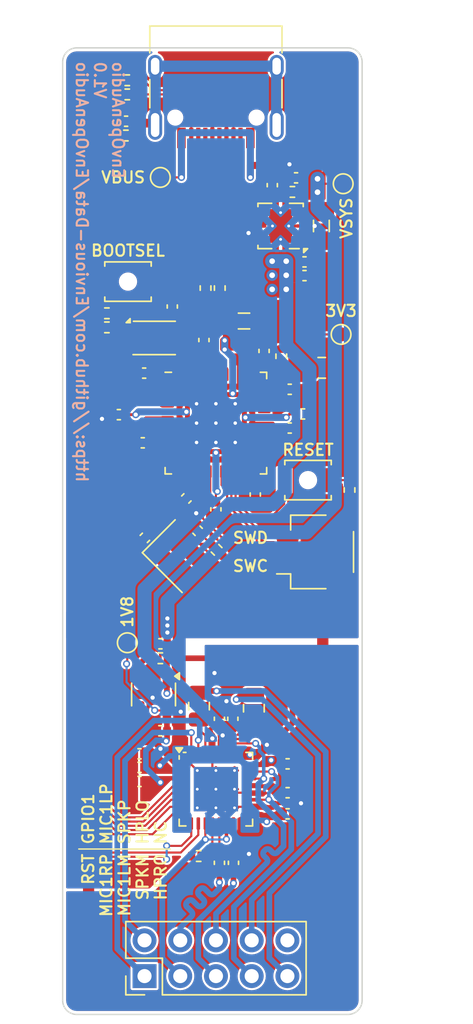
<source format=kicad_pcb>
(kicad_pcb (version 20240108) (generator "pcbnew") (generator_version "8.0")
  (title_block (title "EnvOpenAudio") (date "2021-09-14") (company "Envious.Design"))
  (layers (0 "F.Cu" signal) (31 "B.Cu" signal) (34 "B.Paste" user) (35 "F.Paste" user) (36 "B.SilkS" user "B.Silkscreen") (37 "F.SilkS" user "F.Silkscreen") (38 "B.Mask" user) (39 "F.Mask" user) (44 "Edge.Cuts" user))
  (net 0 "")
  (net 1 "VBUS")
  (net 2 "+1V1")
  (net 3 "/~{USB_BOOT}")
  (net 4 "/GPIO15")
  (net 5 "/GPIO14")
  (net 6 "/GPIO13")
  (net 7 "/GPIO12")
  (net 8 "/GPIO11")
  (net 9 "/GPIO10")
  (net 10 "/GPIO9")
  (net 11 "/GPIO8")
  (net 12 "/GPIO7")
  (net 13 "/GPIO25")
  (net 14 "/GPIO22")
  (net 15 "/GPIO21")
  (net 16 "/GPIO20")
  (net 17 "/GPIO19")
  (net 18 "/GPIO18")
  (net 19 "/GPIO17")
  (net 20 "/GPIO16")
  (net 21 "/RUN")
  (net 22 "/SWD")
  (net 23 "/SWCLK")
  (net 24 "/QSPI_SS")
  (net 25 "Net-(J1-SHIELD)")
  (net 26 "/QSPI_SD3")
  (net 27 "/QSPI_SCLK")
  (net 28 "/QSPI_SD0")
  (net 29 "/QSPI_SD2")
  (net 30 "/QSPI_SD1")
  (net 31 "+1V8")
  (net 32 "Net-(J1-CC1)")
  (net 33 "USB_D+")
  (net 34 "USB_D-")
  (net 35 "VSYS")
  (net 36 "+3V3")
  (net 37 "/XIN")
  (net 39 "Net-(J1-CC2)")
  (net 40 "/GPIO24")
  (net 41 "/GPIO23")
  (net 43 "GND")
  (net 44 "/GPIO27_ADC1")
  (net 45 "/GPIO26_ADC0")
  (net 46 "/GPIO28_ADC2")
  (net 47 "/GPIO29_ADC3")
  (net 48 "HPLO")
  (net 49 "HPRO")
  (net 50 "Net-(C3-Pad1)")
  (net 51 "MIC1RP")
  (net 52 "SPKP")
  (net 53 "AUDIO-RESET")
  (net 54 "AUDIO-GPIO1")
  (net 55 "Net-(U2-EN)")
  (net 56 "I2C0_SDA")
  (net 57 "I2C0_SCL")
  (net 58 "AUDIO-DOUT")
  (net 59 "AUDIO-DIN")
  (net 60 "AUDIO_WCLK")
  (net 61 "AUDIO_BCLK")
  (net 62 "AUDIO_MCLK")
  (net 64 "/VREG_AVDD")
  (net 65 "Net-(U5-HPL)")
  (net 66 "Net-(U5-HPR)")
  (net 67 "Net-(U5-MIC1LM)")
  (net 68 "Net-(U5-MIC1LP)")
  (net 69 "Net-(U2-L1)")
  (net 70 "Net-(U2-L2)")
  (net 71 "/VREG_LX")
  (net 72 "/FLASH_SS")
  (net 73 "/XOUT")
  (net 74 "Net-(R9-Pad1)")
  (net 75 "Net-(U3-EN)")
  (net 76 "Net-(U4-USB_DP)")
  (net 77 "Net-(U4-USB_DM)")
  (net 78 "Net-(U5-MICBIAS)")
  (net 81 "MIC1LN")
  (net 82 "MIC1LP")
  (net 83 "SPKN")
  (footprint "Resistor_SMD:R_0402_1005Metric" (layer "F.Cu") (at 64.775 88.75)
    (property "Reference" "R15" (hide yes))
    (property "Value" "22K 0402")
  )
  (footprint "Capacitor_SMD:C_0402_1005Metric" (layer "F.Cu") (at 60.8 59.4 180)
    (property "Reference" "C19" (hide yes))
    (property "Value" "100nf 0402")
  )
  (footprint "TestPoint:TestPoint_Pad_D1.0mm" (layer "F.Cu") (at 62.05 40.55)
    (property "Reference" "TP1" (hide yes))
    (property "Value" "TestPoint")
  )
  (footprint "Resistor_SMD:R_0402_1005Metric" (layer "F.Cu") (at 66.05 67 135)
    (property "Reference" "R8" (hide yes))
    (property "Value" "1k 4020")
  )
  (footprint "Capacitor_SMD:C_0402_1005Metric" (layer "F.Cu") (at 67.205 79 90)
    (property "Reference" "C31" (hide yes))
    (property "Value" "100nF 0402")
  )
  (footprint "RP2350_60QFN_minimal:C_0402_1005Metric_small_pads" (layer "F.Cu") (at 68 52.375)
    (property "Reference" "C8" (hide yes))
    (property "Value" "4.7uf 0402")
  )
  (footprint "Capacitor_SMD:C_0402_1005Metric" (layer "F.Cu") (at 64.7 65.65 135)
    (property "Reference" "C3" (hide yes))
    (property "Value" "15pf 0402")
  )
  (footprint "Crystal:Crystal_SMD_3225-4Pin_3.2x2.5mm" (layer "F.Cu") (at 63.35 67.45 -45)
    (property "Reference" "Y1" (hide yes))
    (property "Value" "ABM8-272-T3")
  )
  (footprint "Package_TO_SOT_SMD:SOT-23-5" (layer "F.Cu") (at 61.5675 77.275 -90)
    (property "Reference" "U3" (hide yes))
    (property "Value" "TLV75518PDBV")
  )
  (footprint "Capacitor_SMD:C_0402_1005Metric" (layer "F.Cu") (at 70.01 41.1 90)
    (property "Reference" "C6" (hide yes))
    (property "Value" "0.1uF 0402")
  )
  (footprint "TestPoint:TestPoint_Pad_D1.0mm" (layer "F.Cu") (at 74.9 51.7)
    (property "Reference" "TP4" (hide yes))
    (property "Value" "TestPoint")
  )
  (footprint "Capacitor_SMD:C_0402_1005Metric" (layer "F.Cu") (at 60.57 81.485 180)
    (property "Reference" "C32" (hide yes))
    (property "Value" "10uF 0402")
  )
  (footprint "Resistor_SMD:R_0402_1005Metric" (layer "F.Cu") (at 70.65 53.25 -90)
    (property "Reference" "R10" (hide yes))
    (property "Value" "33r 0402")
  )
  (footprint "Capacitor_SMD:C_0402_1005Metric" (layer "F.Cu") (at 72.3 46.55)
    (property "Reference" "C9" (hide yes))
    (property "Value" "10uF 0402")
  )
  (footprint "Capacitor_SMD:C_0402_1005Metric" (layer "F.Cu") (at 66.25 79 90)
    (property "Reference" "C28" (hide yes))
    (property "Value" "10uF 0402")
  )
  (footprint "Button_Switch_SMD:SW_SPST_B3U-1000P-B" (layer "F.Cu") (at 72.55 62.05 180)
    (property "Reference" "SW2" (hide yes))
    (property "Value" "B3U-1000")
  )
  (footprint "Capacitor_SMD:C_0805_2012Metric" (layer "F.Cu") (at 68.7 78.25 90)
    (property "Reference" "C35" (hide yes))
    (property "Value" "47uF 0805")
  )
  (footprint "Capacitor_SMD:C_0402_1005Metric" (layer "F.Cu") (at 62.05 79.85)
    (property "Reference" "C16" (hide yes))
    (property "Value" "10uf 0402")
  )
  (footprint "Resistor_SMD:R_0402_1005Metric" (layer "F.Cu") (at 58.25 50.2)
    (property "Reference" "R11" (hide yes))
    (property "Value" "1k 4020")
  )
  (footprint "Capacitor_SMD:C_0402_1005Metric" (layer "F.Cu") (at 62.9 49.72 90)
    (property "Reference" "C4" (hide yes))
    (property "Value" "100nf 0402")
  )
  (footprint "Capacitor_SMD:C_0805_2012Metric" (layer "F.Cu") (at 73.525 54.075)
    (property "Reference" "C24" (hide yes))
    (property "Value" "10uf 0805")
  )
  (footprint "Resistor_SMD:R_0402_1005Metric" (layer "F.Cu") (at 62.05 74.7)
    (property "Reference" "R12" (hide yes))
    (property "Value" "100K 0402")
  )
  (footprint "Capacitor_SMD:C_0402_1005Metric" (layer "F.Cu") (at 60.9 54.45 180)
    (property "Reference" "C18" (hide yes))
    (property "Value" "100nf 0402")
  )
  (footprint "Resistor_SMD:R_0402_1005Metric" (layer "F.Cu") (at 71.44 41.58 180)
    (property "Reference" "R7" (hide yes))
    (property "Value" "100ohm 0402")
  )
  (footprint "Capacitor_SMD:C_0402_1005Metric" (layer "F.Cu") (at 71.1 82.2)
    (property "Reference" "C38" (hide yes))
    (property "Value" "100nF 0402")
  )
  (footprint "NetTie:NetTie-2_SMD_Pad2.0mm" (layer "F.Cu") (at 74.3 36.400001 -90)
    (property "Reference" "NT1" (hide yes))
    (property "Value" "NetTie_2" (hide yes))
  )
  (footprint "TestPoint:TestPoint_Pad_D1.0mm" (layer "F.Cu") (at 59.7 73.6)
    (property "Reference" "TP3" (hide yes))
    (property "Value" "TestPoint")
  )
  (footprint "Button_Switch_SMD:SW_SPST_B3U-1000P-B" (layer "F.Cu") (at 59.75 47.95 180)
    (property "Reference" "SW1" (hide yes))
    (property "Value" "B3U-1000")
  )
  (footprint "Resistor_SMD:R_0402_1005Metric" (layer "F.Cu") (at 58.25 51.2)
    (property "Reference" "R3" (hide yes))
    (property "Value" "0r 0402")
  )
  (footprint "Capacitor_SMD:C_0402_1005Metric" (layer "F.Cu") (at 62.055 73.675)
    (property "Reference" "C12" (hide yes))
    (property "Value" "10uf 0402")
  )
  (footprint "Package_SON:SON-8-1EP_3x2mm_P0.5mm_EP1.4x1.6mm" (layer "F.Cu") (at 61.6125 51.9525)
    (property "Reference" "U1" (hide yes))
    (property "Value" "W25Q16JVUXIQ")
  )
  (footprint "Capacitor_SMD:C_0402_1005Metric" (layer "F.Cu") (at 59.1 57.4 180)
    (property "Reference" "C11" (hide yes))
    (property "Value" "100nf 0402")
  )
  (footprint "Capacitor_SMD:C_0402_1005Metric" (layer "F.Cu") (at 65.15 52.1 90)
    (property "Reference" "C17" (hide yes))
    (property "Value" "100nf 0402")
  )
  (footprint "RP2350_60QFN_minimal:C_0402_1005Metric_small_pads" (layer "F.Cu") (at 68 53.325)
    (property "Reference" "C7" (hide yes))
    (property "Value" "4.7uf 0402")
  )
  (footprint "Resistor_SMD:R_0402_1005Metric" (layer "F.Cu") (at 59.6 37.575 180)
    (property "Reference" "R1" (hide yes))
    (property "Value" "220 0402")
  )
  (footprint "Capacitor_SMD:C_0402_1005Metric" (layer "F.Cu") (at 72.2 57.35)
    (property "Reference" "C15" (hide yes))
    (property "Value" "100nf 0402")
  )
  (footprint "Capacitor_SMD:C_0402_1005Metric" (layer "F.Cu") (at 59.615 36.56)
    (property "Reference" "C1" (hide yes))
    (property "Value" "0.1uf 0402")
  )
  (footprint "Capacitor_SMD:C_0402_1005Metric" (layer "F.Cu") (at 69.425 52.875 90)
    (property "Reference" "C13" (hide yes))
    (property "Value" "4.7uf 0402")
  )
  (footprint "Capacitor_SMD:C_0402_1005Metric" (layer "F.Cu") (at 71.1 84.25)
    (property "Reference" "C37" (hide yes))
    (property "Value" "100nF 0402")
  )
  (footprint "Capacitor_SMD:C_0402_1005Metric" (layer "F.Cu") (at 71.7 40.58 180)
    (property "Reference" "C5" (hide yes))
    (property "Value" "10uF 0402")
  )
  (footprint "Capacitor_SMD:C_0402_1005Metric" (layer "F.Cu") (at 72.3 47.525)
    (property "Reference" "C10" (hide yes))
    (property "Value" "10uF 0402")
  )
  (footprint "Capacitor_SMD:C_0402_1005Metric" (layer "F.Cu") (at 68.8 63.07 -90)
    (property "Reference" "C21" (hide yes))
    (property "Value" "100nf 0402")
  )
  (footprint "Capacitor_SMD:C_0402_1005Metric" (layer "F.Cu") (at 71.25 58.35)
    (property "Reference" "C22" (hide yes))
    (property "Value" "100nf 0402")
  )
  (footprint "Capacitor_SMD:C_0402_1005Metric" (layer "F.Cu") (at 71.1 85.75)
    (property "Reference" "C27" (hide yes))
    (property "Value" "10uF 0402")
  )
  (footprint "Resistor_SMD:R_0402_1005Metric" (layer "F.Cu") (at 66.275 48.41 -90)
    (property "Reference" "R14" (hide yes))
    (property "Value" "27r 0402")
  )
  (footprint "Package_DFN_QFN:VQFN-32-1EP_5x5mm_P0.5mm_EP3.15x3.15mm_ThermalVias" (layer "F.Cu") (at 66 84)
    (property "Reference" "U5" (hide yes))
    (property "Value" "TLV320AIC3100")
  )
  (footprint "Connector_PinHeader_2.54mm:PinHeader_2x05_P2.54mm_Vertical" (layer "F.Cu") (at 60.925 97.275 90)
    (property "Reference" "J3" (hide yes))
    (property "Value" "Conn_01x10")
  )
  (footprint "Capacitor_SMD:C_0402_1005Metric" (layer "F.Cu") (at 60.57 82.45 180)
    (property "Reference" "C30" (hide yes))
    (property "Value" "10uF 0402")
  )
  (footprint "Resistor_SMD:R_0402_1005Metric" (layer "F.Cu") (at 65.265 48.41 -90)
    (property "Reference" "R13" (hide yes))
    (property "Value" "27r 0402")
  )
  (footprint "Connector_USB:USB_C_Receptacle_HRO_TYPE-C-31-M-12" (layer "F.Cu") (at 66 33.7 180)
    (property "Reference" "J1" (hide yes))
    (property "Value" "USB_C_Receptacle_USB2.0" (hide yes))
  )
  (footprint "Package_SON:Texas_DRC0010J_ThermalVias" (layer "F.Cu") (at 70.6 44 180)
    (property "Reference" "U2" (hide yes))
    (property "Value" "TPS63001DRCR")
  )
  (footprint "Capacitor_SMD:C_0402_1005Metric" (layer "F.Cu") (at 71.25 55.6)
    (property "Reference" "C23" (hide yes))
    (property "Value" "100nf 0402")
  )
  (footprint "TestPoint:TestPoint_Pad_D1.0mm" (layer "F.Cu") (at 75.05 41)
    (property "Reference" "TP2" (hide yes))
    (property "Value" "TestPoint")
  )
  (footprint "Capacitor_SMD:C_0402_1005Metric" (layer "F.Cu") (at 66 64.125 -90)
    (property "Reference" "C14" (hide yes))
    (property "Value" "4.7uf 0402")
  )
  (footprint "Capacitor_SMD:C_0402_1005Metric" (layer "F.Cu") (at 60.95 66.15 -135)
    (property "Reference" "C2" (hide yes))
    (property "Value" "15pf 0402")
  )
  (footprint "Resistor_SMD:R_0402_1005Metric" (layer "F.Cu") (at 59.7 34.655)
    (property "Reference" "R5" (hide yes))
    (property "Value" "5.1K 0402")
  )
  (footprint "Resistor_SMD:R_0402_1005Metric" (layer "F.Cu") (at 59.7 33.65)
    (property "Reference" "R4" (hide yes))
    (property "Value" "5.1K 0402")
  )
  (footprint "RP2350_60QFN_minimal:RP2350-QFN-60-1EP_7x7_P0.4mm_EP3.4x3.4mm_ThermalVias" (layer "F.Cu") (at 66 58)
    (property "Reference" "U4" (hide yes))
    (property "Value" "RP2350_60QFN")
  )
  (footprint "Capacitor_SMD:C_0805_2012Metric" (layer "F.Cu") (at 64.8 78.1 90)
    (property "Reference" "C36" (hide yes))
    (property "Value" "47uF 0805")
  )
  (footprint "Inductor_SMD:L_0805_2012Metric" (layer "F.Cu") (at 68 50.75)
    (property "Reference" "L2" (hide yes))
    (property "Value" "MPL2012S3R3MHT")
  )
  (footprint "Capacitor_SMD:C_0402_1005Metric" (layer "F.Cu") (at 67.25 89.23 -90)
    (property "Reference" "C39" (hide yes))
    (property "Value" "1uF 0402")
  )
  (footprint "Capacitor_SMD:C_0402_1005Metric" (layer "F.Cu") (at 63.9 63.35 -135)
    (property "Reference" "C20" (hide yes))
    (property "Value" "100nf 0402")
  )
  (footprint "Inductor_SMD:L_0805_2012Metric" (layer "F.Cu") (at 73.5 44 -90)
    (property "Reference" "L1" (hide yes))
    (property "Value" "MPL2016S2R2NHT")
  )
  (footprint "Connector_JST:JST_SH_SM03B-SRSS-TB_1x03-1MP_P1.00mm_Horizontal" (layer "F.Cu") (at 73.1 67.15 90)
    (property "Reference" "J2" (hide yes))
    (property "Value" "SM03B-SRSS-TB")
  )
  (footprint "Capacitor_SMD:C_0402_1005Metric" (layer "F.Cu") (at 66.25 89.23 -90)
    (property "Reference" "C40" (hide yes))
    (property "Value" "1uF 0402")
  )
  (footprint "Resistor_SMD:R_0402_1005Metric" (layer "F.Cu") (at 75.5 62.75 -90)
    (property "Reference" "R9" (hide yes))
    (property "Value" "1k 4020")
  )
  (footprint "Capacitor_SMD:C_0402_1005Metric" (layer "F.Cu") (at 60.57 83.45 180)
    (property "Reference" "C29" (hide yes))
    (property "Value" "100nF 0402")
  )
  (gr_line (start 56.25 88.25) (end 62.75 88.25) (stroke (width 0.1)) (layer "F.SilkS"))
  (gr_line (start 76.396366 32.35) (end 76.396366 99) (stroke (width 0.1)) (layer "Edge.Cuts"))
  (gr_line (start 75.396366 100) (end 56.103634 100) (stroke (width 0.1)) (layer "Edge.Cuts"))
  (gr_arc (start 75.396366 31.35) (mid 76.103473 31.642893) (end 76.396366 32.35) (stroke (width 0.1)) (layer "Edge.Cuts"))
  (gr_arc (start 76.396366 99) (mid 76.103471 99.707095) (end 75.396366 100) (stroke (width 0.1)) (layer "Edge.Cuts"))
  (gr_line (start 55.103634 99) (end 55.103634 32.35) (stroke (width 0.1)) (layer "Edge.Cuts"))
  (gr_line (start 56.103634 31.35) (end 75.396366 31.35) (stroke (width 0.1)) (layer "Edge.Cuts"))
  (gr_arc (start 55.103634 32.35) (mid 55.396529 31.642905) (end 56.103634 31.35) (stroke (width 0.1)) (layer "Edge.Cuts"))
  (gr_arc (start 56.103634 100) (mid 55.396505 99.707119) (end 55.103634 99) (stroke (width 0.1)) (layer "Edge.Cuts"))
  (gr_text "EnvOpenAudio\nV1.0\nhttps://github.com/Envious-Data/EnvOpenAudio" (at 56 32.25 -90) (layer "B.SilkS") (effects (font (size 0.8 0.8) (thickness 0.15) (bold yes)) (justify right bottom mirror)))
  (gr_text "RESET" (at 72.55 59.9 0) (layer "F.SilkS") (effects (font (size 0.8 0.8) (thickness 0.15) (bold yes))))
  (gr_text "VBUS" (at 61.05 40.55 0) (layer "F.SilkS") (effects (font (size 0.8 0.8) (thickness 0.15) (bold yes)) (justify right)))
  (gr_text "RST\nMIC1RP\nMIC1LM\nSPKM\nHPRO" (at 59.5 88.5 90) (layer "F.SilkS") (effects (font (size 0.8 0.8) (thickness 0.15) (bold yes)) (justify right)))
  (gr_text "SWC" (at 69.8 68.15 0) (layer "F.SilkS") (effects (font (size 0.8 0.8) (thickness 0.15) (bold yes)) (justify right)))
  (gr_text "VSYS" (at 75.75 43.45 90) (layer "F.SilkS") (effects (font (size 0.8 0.8) (thickness 0.15) (bold yes)) (justify bottom)))
  (gr_text "SWD" (at 69.8 66.15 0) (layer "F.SilkS") (effects (font (size 0.8 0.8) (thickness 0.15) (bold yes)) (justify right)))
  (gr_text "1V8" (at 59.7 72.6 90) (layer "F.SilkS") (effects (font (size 0.8 0.8) (thickness 0.15) (bold yes)) (justify left)))
  (gr_text "BOOTSEL" (at 59.75 45.75 0) (layer "F.SilkS") (effects (font (size 0.8 0.8) (thickness 0.15) (bold yes))))
  (gr_text "GPIO1\nMIC1LP\nSPKP\nHPLO\nNC" (at 59.5 88 90) (layer "F.SilkS") (effects (font (size 0.8 0.8) (thickness 0.15) (bold yes)) (justify left)))
  (gr_text "3V3" (at 74.9 50.5 0) (layer "F.SilkS") (effects (font (size 0.8 0.8) (thickness 0.15) (bold yes)) (justify bottom)))
  (segment (start 63.55 37.745) (end 63.55 40.55) (width 0.5) (layer "F.Cu") (net 1))
  (segment (start 68.45 37.745) (end 68.45 40.55) (width 0.5) (layer "F.Cu") (net 1))
  (segment (start 68.45 39.7) (end 68.45 40.55) (width 0.5) (layer "F.Cu") (net 1))
  (segment (start 72.5 34.4) (end 71.8 35.1) (width 0.5) (layer "F.Cu") (net 1))
  (segment (start 74.3 34.4) (end 72.5 34.4) (width 0.5) (layer "F.Cu") (net 1))
  (segment (start 63.55 40.55) (end 62.05 40.55) (width 0.15) (layer "F.Cu") (net 1))
  (segment (start 71.8 37.65) (end 69.75 39.7) (width 0.5) (layer "F.Cu") (net 1))
  (segment (start 69.75 39.7) (end 68.45 39.7) (width 0.5) (layer "F.Cu") (net 1))
  (segment (start 71.8 35.1) (end 71.8 37.65) (width 0.5) (layer "F.Cu") (net 1))
  (via (at 68.45 40.55) (size 0.5) (drill 0.3) (layers "F.Cu" "B.Cu") (net 1))
  (via (at 63.55 40.55) (size 0.5) (drill 0.3) (layers "F.Cu" "B.Cu") (net 1))
  (segment (start 63.55 37.375) (end 68.45 37.375) (width 0.5) (layer "B.Cu") (net 1))
  (segment (start 63.55 40.55) (end 63.55 37.375) (width 0.5) (layer "B.Cu") (net 1))
  (segment (start 68.45 37.375) (end 68.45 40.55) (width 0.5) (layer "B.Cu") (net 1))
  (segment (start 60.3 57.4) (end 60.5 57.2) (width 0.15) (layer "F.Cu") (net 2))
  (segment (start 69.4375 57.6) (end 71 57.6) (width 0.15) (layer "F.Cu") (net 2))
  (segment (start 71.25 57.35) (end 71 57.6) (width 0.2) (layer "F.Cu") (net 2))
  (segment (start 67.2 53.875) (end 67.025 53.7) (width 0.15) (layer "F.Cu") (net 2))
  (segment (start 67.025 53.7) (end 67.025 52.525) (width 0.15) (layer "F.Cu") (net 2))
  (segment (start 66 62.95) (end 66.1 62.85) (width 0.15) (layer "F.Cu") (net 2))
  (segment (start 71.72 57.35) (end 71.25 57.35) (width 0.2) (layer "F.Cu") (net 2))
  (segment (start 60.5 57.2) (end 62.5625 57.2) (width 0.15) (layer "F.Cu") (net 2))
  (segment (start 66 63.645) (end 66 62.95) (width 0.15) (layer "F.Cu") (net 2))
  (segment (start 60.3 57.4) (end 59.58 57.4) (width 0.2) (layer "F.Cu") (net 2))
  (segment (start 66.1 62.85) (end 66 62.75) (width 0.15) (layer "F.Cu") (net 2))
  (segment (start 67.2 54.5625) (end 67.2 53.875) (width 0.15) (layer "F.Cu") (net 2))
  (segment (start 66 62.75) (end 66 61.4375) (width 0.15) (layer "F.Cu") (net 2))
  (segment (start 67.025 52.525) (end 66.625 52.125) (width 0.15) (layer "F.Cu") (net 2))
  (via (at 68.1 57.6) (size 0.5) (drill 0.3) (layers "F.Cu" "B.Cu") (net 2))
  (via (at 71 57.6) (size 0.5) (drill 0.3) (layers "F.Cu" "B.Cu") (net 2))
  (via (at 63.9 57.2) (size 0.5) (drill 0.3) (layers "F.Cu" "B.Cu") (net 2))
  (via (at 67.2 55.9) (size 0.5) (drill 0.3) (layers "F.Cu" "B.Cu") (net 2))
  (via (at 66.625 52.125) (size 0.5) (drill 0.3) (layers "F.Cu" "B.Cu") (net 2))
  (via (at 66 60.1) (size 0.5) (drill 0.3) (layers "F.Cu" "B.Cu") (net 2))
  (via (at 66.1 62.85) (size 0.5) (drill 0.3) (layers "F.Cu" "B.Cu") (net 2))
  (via (at 60.3 57.4) (size 0.5) (drill 0.3) (layers "F.Cu" "B.Cu") (net 2))
  (via (at 66.625 52.775003) (size 0.5) (drill 0.3) (layers "F.Cu" "B.Cu") (net 2))
  (segment (start 66.650003 52.775003) (end 67.075 53.2) (width 0.5) (layer "B.Cu") (net 2))
  (segment (start 67.075 53.2) (end 67.2 53.325) (width 0.5) (layer "B.Cu") (net 2))
  (segment (start 71 57.6) (end 68.1 57.6) (width 0.5) (layer "B.Cu") (net 2))
  (segment (start 66.625 52.775003) (end 66.625 52.125) (width 0.5) (layer "B.Cu") (net 2))
  (segment (start 66 62.75) (end 66 60.1) (width 0.5) (layer "B.Cu") (net 2))
  (segment (start 67.2 53.7) (end 67.2 55.9) (width 0.5) (layer "B.Cu") (net 2))
  (segment (start 60.3 57.4) (end 60.5 57.2) (width 0.5) (layer "B.Cu") (net 2))
  (segment (start 66.1 62.85) (end 66 62.75) (width 0.5) (layer "B.Cu") (net 2))
  (segment (start 66.625 52.775003) (end 66.650003 52.775003) (width 0.5) (layer "B.Cu") (net 2))
  (segment (start 67.2 53.325) (end 67.2 53.7) (width 0.5) (layer "B.Cu") (net 2))
  (segment (start 60.5 57.2) (end 63.9 57.2) (width 0.5) (layer "B.Cu") (net 2))
  (segment (start 58.76 50.2) (end 58.76 49.61) (width 0.15) (layer "F.Cu") (net 3))
  (segment (start 58.76 49.61) (end 58.05 48.9) (width 0.15) (layer "F.Cu") (net 3))
  (segment (start 58.05 48.9) (end 58.05 47.95) (width 0.15) (layer "F.Cu") (net 3))
  (segment (start 70.85 62.05) (end 70.85 63.75) (width 0.15) (layer "F.Cu") (net 21))
  (segment (start 67.2 62.351472) (end 67.2 61.4375) (width 0.15) (layer "F.Cu") (net 21))
  (segment (start 67.4 63.551472) (end 67.4 62.551472) (width 0.15) (layer "F.Cu") (net 21))
  (segment (start 70.85 63.75) (end 70 64.6) (width 0.15) (layer "F.Cu") (net 21))
  (segment (start 67.4 62.551472) (end 67.2 62.351472) (width 0.15) (layer "F.Cu") (net 21))
  (segment (start 68.448528 64.6) (end 67.4 63.551472) (width 0.15) (layer "F.Cu") (net 21))
  (segment (start 70 64.6) (end 68.448528 64.6) (width 0.15) (layer "F.Cu") (net 21))
  (segment (start 66.8 62.375736) (end 67.1 62.675736) (width 0.15) (layer "F.Cu") (net 22))
  (segment (start 67.1 62.675736) (end 67.1 63.675736) (width 0.15) (layer "F.Cu") (net 22))
  (segment (start 69.574264 66.15) (end 71.1 66.15) (width 0.15) (layer "F.Cu") (net 22))
  (segment (start 67.1 63.675736) (end 69.574264 66.15) (width 0.15) (layer "F.Cu") (net 22))
  (segment (start 66.8 61.4375) (end 66.8 62.375736) (width 0.15) (layer "F.Cu") (net 22))
  (segment (start 66.8 63.8) (end 68.9 65.9) (width 0.15) (layer "F.Cu") (net 23))
  (segment (start 68.9 65.9) (end 68.9 67.7) (width 0.15) (layer "F.Cu") (net 23))
  (segment (start 71.1 68.15) (end 69.35 68.15) (width 0.15) (layer "F.Cu") (net 23))
  (segment (start 66.4 62.4) (end 66.8 62.8) (width 0.15) (layer "F.Cu") (net 23))
  (segment (start 66.8 62.8) (end 66.8 63.8) (width 0.15) (layer "F.Cu") (net 23))
  (segment (start 69.35 68.15) (end 68.9 67.7) (width 0.15) (layer "F.Cu") (net 23))
  (segment (start 66.4 61.4375) (end 66.4 62.4) (width 0.15) (layer "F.Cu") (net 23))
  (segment (start 57.74 51.79) (end 57.74 51.2) (width 0.15) (layer "F.Cu") (net 24))
  (segment (start 63 53.75) (end 59.7 53.75) (width 0.15) (layer "F.Cu") (net 24))
  (segment (start 57.74 51.2) (end 57.74 50.2) (width 0.15) (layer "F.Cu") (net 24))
  (segment (start 63.2 53.95) (end 63 53.75) (width 0.15) (layer "F.Cu") (net 24))
  (segment (start 59.7 53.75) (end 57.74 51.79) (width 0.15) (layer "F.Cu") (net 24))
  (segment (start 63.2 54.5625) (end 63.2 53.95) (width 0.15) (layer "F.Cu") (net 24))
  (segment (start 61.68 36.83) (end 61.68 36.56) (width 0.35) (layer "F.Cu") (net 25))
  (segment (start 60.11 37.575) (end 60.11 36.83) (width 0.35) (layer "F.Cu") (net 25))
  (segment (start 61.68 36.56) (end 60.095 36.56) (width 0.35) (layer "F.Cu") (net 25))
  (segment (start 60.11 36.83) (end 61.68 36.83) (width 0.35) (layer "F.Cu") (net 25))
  (segment (start 61.68 32.65) (end 61.68 36.83) (width 0.8) (layer "B.Cu") (net 25))
  (segment (start 70.32 32.65) (end 61.68 32.65) (width 0.8) (layer "B.Cu") (net 25))
  (segment (start 70.32 36.83) (end 70.32 32.65) (width 0.8) (layer "B.Cu") (net 25))
  (segment (start 63.106866 51.7025) (end 62.9 51.7025) (width 0.15) (layer "F.Cu") (net 26))
  (segment (start 65.2 53.795634) (end 63.106866 51.7025) (width 0.15) (layer "F.Cu") (net 26))
  (segment (start 65.2 54.5625) (end 65.2 53.795634) (width 0.15) (layer "F.Cu") (net 26))
  (segment (start 63.149556 52.2025) (end 62.9 52.2025) (width 0.15) (layer "F.Cu") (net 27))
  (segment (start 64.8 53.852944) (end 63.149556 52.2025) (width 0.15) (layer "F.Cu") (net 27))
  (segment (start 64.8 54.5625) (end 64.8 53.852944) (width 0.15) (layer "F.Cu") (net 27))
  (segment (start 63.225292 52.7025) (end 62.9 52.7025) (width 0.15) (layer "F.Cu") (net 28))
  (segment (start 64.4 54.5625) (end 64.4 53.877208) (width 0.15) (layer "F.Cu") (net 28))
  (segment (start 64.4 53.877208) (end 63.225292 52.7025) (width 0.15) (layer "F.Cu") (net 28))
  (segment (start 59.9975 52.2025) (end 59.75 52.45) (width 0.15) (layer "F.Cu") (net 29))
  (segment (start 60.325 52.2025) (end 59.9975 52.2025) (width 0.15) (layer "F.Cu") (net 29))
  (segment (start 59.75 52.45) (end 59.75 52.951472) (width 0.15) (layer "F.Cu") (net 29))
  (segment (start 64 53.901472) (end 64 54.5625) (width 0.15) (layer "F.Cu") (net 29))
  (segment (start 59.75 52.951472) (end 59.948528 53.15) (width 0.15) (layer "F.Cu") (net 29))
  (segment (start 59.948528 53.15) (end 63.248528 53.15) (width 0.15) (layer "F.Cu") (net 29))
  (segment (start 63.248528 53.15) (end 64 53.901472) (width 0.15) (layer "F.Cu") (net 29))
  (segment (start 59.45 53.075736) (end 59.45 52.2) (width 0.15) (layer "F.Cu") (net 30))
  (segment (start 63.6 53.925736) (end 63.124264 53.45) (width 0.15) (layer "F.Cu") (net 30))
  (segment (start 63.124264 53.45) (end 59.824264 53.45) (width 0.15) (layer "F.Cu") (net 30))
  (segment (start 59.9475 51.7025) (end 60.325 51.7025) (width 0.15) (layer "F.Cu") (net 30))
  (segment (start 59.824264 53.45) (end 59.45 53.075736) (width 0.15) (layer "F.Cu") (net 30))
  (segment (start 59.45 52.2) (end 59.9475 51.7025) (width 0.15) (layer "F.Cu") (net 30))
  (segment (start 63.6 54.5625) (end 63.6 53.925736) (width 0.15) (layer "F.Cu") (net 30))
  (segment (start 62.5175 78.4125) (end 61.6625 78.4125) (width 0.15) (layer "F.Cu") (net 31))
  (segment (start 62.5175 79.8375) (end 62.53 79.85) (width 0.4) (layer "F.Cu") (net 31))
  (segment (start 59.65 75.1) (end 59.7 75.05) (width 0.15) (layer "F.Cu") (net 31))
  (segment (start 62.53 80.51) (end 62.46 80.58) (width 0.4) (layer "F.Cu") (net 31))
  (segment (start 59.7 75.05) (end 59.7 73.6) (width 0.15) (layer "F.Cu") (net 31))
  (segment (start 62.05 83.61) (end 62.05 83.52) (width 0.4) (layer "F.Cu") (net 31))
  (segment (start 62.5175 78.4125) (end 62.5175 79.8375) (width 0.4) (layer "F.Cu") (net 31))
  (segment (start 61.6625 78.4125) (end 61.65 78.4) (width 0.15) (layer "F.Cu") (net 31))
  (segment (start 62.53 79.85) (end 62.53 80.51) (width 0.4) (layer "F.Cu") (net 31))
  (via (at 62.05 83.52) (size 0.5) (drill 0.3) (layers "F.Cu" "B.Cu") (net 31))
  (via (at 61.65 78.4) (size 0.5) (drill 0.3) (layers "F.Cu" "B.Cu") (net 31))
  (via (at 59.65 75.1) (size 0.5) (drill 0.3) (layers "F.Cu" "B.Cu") (net 31))
  (via (at 62.46 80.58) (size 0.5) (drill 0.3) (layers "F.Cu" "B.Cu") (net 31))
  (segment (start 62.41 80.53) (end 62.46 80.58) (width 0.4) (layer "B.Cu") (net 31))
  (segment (start 59.65 76.4) (end 61.65 78.4) (width 0.15) (layer "B.Cu") (net 31))
  (segment (start 61.02 81.267818) (end 61.503909 80.783909) (width 0.4) (layer "B.Cu") (net 31))
  (segment (start 61.02 82.52) (end 61.02 81.267818) (width 0.4) (layer "B.Cu") (net 31))
  (segment (start 61.757818 80.53) (end 62.41 80.53) (width 0.4) (layer "B.Cu") (net 31))
  (segment (start 62.05 83.52) (end 61.05 82.52) (width 0.4) (layer "B.Cu") (net 31))
  (segment (start 61.503909 80.783909) (end 61.757818 80.53) (width 0.4) (layer "B.Cu") (net 31))
  (segment (start 61.05 82.52) (end 61.02 82.52) (width 0.4) (layer "B.Cu") (net 31))
  (segment (start 59.65 75.1) (end 59.65 76.4) (width 0.15) (layer "B.Cu") (net 31))
  (segment (start 61.555 34.355) (end 66.305 34.355) (width 0.15) (layer "F.Cu") (net 32))
  (segment (start 66.305 34.355) (end 67.25 35.3) (width 0.15) (layer "F.Cu") (net 32))
  (segment (start 67.25 35.3) (end 67.25 37.745) (width 0.15) (layer "F.Cu") (net 32))
  (segment (start 60.85 33.65) (end 61.555 34.355) (width 0.15) (layer "F.Cu") (net 32))
  (segment (start 60.21 33.65) (end 60.85 33.65) (width 0.15) (layer "F.Cu") (net 32))
  (segment (start 65.31 40.96446) (end 66.02473 40.24973) (width 0.67) (layer "F.Cu") (net 33))
  (segment (start 66.25 39.025) (end 66.25 37.745) (width 0.25) (layer "F.Cu") (net 33))
  (segment (start 65.31 47.374999) (end 65.31 40.96446) (width 0.67) (layer "F.Cu") (net 33))
  (segment (start 66.25 39.225) (end 66.25 39.025) (width 0.25) (layer "F.Cu") (net 33))
  (segment (start 65.265 47.9) (end 65.265 47.419999) (width 0.67) (layer "F.Cu") (net 33))
  (segment (start 66.25 40.24973) (end 66.02473 40.24973) (width 0.25) (layer "F.Cu") (net 33))
  (segment (start 65.25 39.225) (end 66.25 39.225) (width 0.25) (layer "F.Cu") (net 33))
  (segment (start 66.25 39.025) (end 66.25 40.24973) (width 0.25) (layer "F.Cu") (net 33))
  (segment (start 65.25 37.745) (end 65.25 39.225) (width 0.25) (layer "F.Cu") (net 33))
  (segment (start 65.265 47.419999) (end 65.31 47.374999) (width 0.67) (layer "F.Cu") (net 33))
  (segment (start 66.02473 40.24973) (end 65.971966 40.302494) (width 0.67) (layer "F.Cu") (net 33))
  (segment (start 66.75 40.90027) (end 66.67527 40.90027) (width 0.25) (layer "F.Cu") (net 34))
  (segment (start 66.23 41.34554) (end 66.67527 40.90027) (width 0.67) (layer "F.Cu") (net 34))
  (segment (start 66.75 36.325) (end 65.75 36.325) (width 0.25) (layer "F.Cu") (net 34))
  (segment (start 65.75 36.325) (end 65.75 37.745) (width 0.25) (layer "F.Cu") (net 34))
  (segment (start 66.67527 40.90027) (end 66.622506 40.953034) (width 0.67) (layer "F.Cu") (net 34))
  (segment (start 66.23 47.374999) (end 66.23 41.34554) (width 0.67) (layer "F.Cu") (net 34))
  (segment (start 66.275 47.419999) (end 66.23 47.374999) (width 0.67) (layer "F.Cu") (net 34))
  (segment (start 66.75 37.745) (end 66.75 36.325) (width 0.25) (layer "F.Cu") (net 34))
  (segment (start 66.75 37.745) (end 66.75 40.90027) (width 0.25) (layer "F.Cu") (net 34))
  (segment (start 66.275 47.9) (end 66.275 47.419999) (width 0.67) (layer "F.Cu") (net 34))
  (segment (start 62.535 71.89) (end 62.55 71.875) (width 0.5) (layer "F.Cu") (net 35))
  (segment (start 62.5175 76.1375) (end 62.5175 73.6925) (width 0.4) (layer "F.Cu") (net 35))
  (segment (start 62.52 77.2) (end 62.5175 77.1975) (width 0.4) (layer "F.Cu") (net 35))
  (segment (start 70.62 80.13) (end 71.45 79.3) (width 0.4) (layer "F.Cu") (net 35))
  (segment (start 73.225 41.6) (end 73.225 41) (width 0.15) (layer "F.Cu") (net 35))
  (segment (start 69.65 74.7) (end 62.5175 74.7) (width 0.4) (layer "F.Cu") (net 35))
  (segment (start 70.62 84.25) (end 70.62 82.2) (width 0.4) (layer "F.Cu") (net 35))
  (segment (start 62.535 73.675) (end 62.535 71.89) (width 0.5) (layer "F.Cu") (net 35))
  (segment (start 71.45 79.3) (end 71.45 76.5) (width 0.4) (layer "F.Cu") (net 35))
  (segment (start 71.45 76.5) (end 69.65 74.7) (width 0.4) (layer "F.Cu") (net 35))
  (segment (start 73.225 39.475002) (end 73.225 40.65) (width 0.6) (layer "F.Cu") (net 35))
  (segment (start 62.5175 73.6925) (end 62.535 73.675) (width 0.4) (layer "F.Cu") (net 35))
  (segment (start 70.62 82.2) (end 70.62 80.13) (width 0.4) (layer "F.Cu") (net 35))
  (segment (start 73.225 41) (end 75.05 41) (width 0.15) (layer "F.Cu") (net 35))
  (segment (start 62.5175 74.7) (end 62.5175 76.1375) (width 0.4) (layer "F.Cu") (net 35))
  (segment (start 74.3 38.400002) (end 73.225 39.475002) (width 0.6) (layer "F.Cu") (net 35))
  (segment (start 62.5175 76.1375) (end 62.5175 77.1975) (width 0.4) (layer "F.Cu") (net 35))
  (via (at 62.55 71.875) (size 0.5) (drill 0.3) (layers "F.Cu" "B.Cu") (net 35))
  (via (at 62.5175 77.1975) (size 0.5) (drill 0.3) (layers "F.Cu" "B.Cu") (net 35))
  (via (at 69.93 81.94) (size 0.5) (drill 0.3) (layers "F.Cu" "B.Cu") (net 35))
  (via (at 62.55 72.375) (size 0.5) (drill 0.3) (layers "F.Cu" "B.Cu") (net 35))
  (via (at 73.225 41.6) (size 0.8) (drill 0.4) (layers "F.Cu" "B.Cu") (net 35))
  (via (at 62.55 72.875) (size 0.5) (drill 0.3) (layers "F.Cu" "B.Cu") (net 35))
  (via (at 73.225 40.65) (size 0.8) (drill 0.4) (layers "F.Cu" "B.Cu") (net 35))
  (segment (start 67.45 65.75) (end 72.45 65.75) (width 1) (layer "B.Cu") (net 35))
  (segment (start 73.225 42.725) (end 73.225 40.65) (width 1) (layer "B.Cu") (net 35))
  (segment (start 74.45 63.75) (end 74.45 43.95) (width 1) (layer "B.Cu") (net 35))
  (segment (start 72.45 65.75) (end 74.45 63.75) (width 1) (layer "B.Cu") (net 35))
  (segment (start 62.55 70.65) (end 67.45 65.75) (width 1) (layer "B.Cu") (net 35))
  (segment (start 74.45 43.95) (end 73.225 42.725) (width 1) (layer "B.Cu") (net 35))
  (segment (start 62.55 72.875) (end 62.55 70.65) (width 1) (layer "B.Cu") (net 35))
  (segment (start 69.4375 58) (end 68.6 58) (width 0.2) (layer "F.Cu") (net 36))
  (segment (start 63.26 55.46) (end 63.49 55.46) (width 0.15) (layer "F.Cu") (net 36))
  (segment (start 69.2975 55.34) (end 68.24 55.34) (width 0.15) (layer "F.Cu") (net 36))
  (segment (start 70.75 52.64) (end 72.91 52.64) (width 0.15) (layer "F.Cu") (net 36))
  (segment (start 62.9 51.2025) (end 62.9 50.2) (width 0.15) (layer "F.Cu") (net 36))
  (segment (start 70.65 52.74) (end 70.75 52.64) (width 0.15) (layer "F.Cu") (net 36))
  (segment (start 63 55.2) (end 63.26 55.46) (width 0.15) (layer "F.Cu") (net 36))
  (segment (start 66 54.5625) (end 66 55.43) (width 0.15) (layer "F.Cu") (net 36))
  (segment (start 66.25 79.48) (end 66.25 79.95) (width 0.4) (layer "F.Cu") (net 36))
  (segment (start 62.5625 59.2) (end 61.48 59.2) (width 0.15) (layer "F.Cu") (net 36))
  (segment (start 64.8 62.45) (end 64.239411 63.010589) (width 0.2) (layer "F.Cu") (net 36))
  (segment (start 69.4375 55.2) (end 69.2975 55.34) (width 0.15) (layer "F.Cu") (net 36))
  (segment (start 72.91 52.64) (end 72.95 52.6) (width 0.15) (layer "F.Cu") (net 36))
  (segment (start 61.48 59.2) (end 61.28 59.4) (width 0.15) (layer "F.Cu") (net 36))
  (segment (start 64.8 61.4375) (end 64.8 60.57) (width 0.15) (layer "F.Cu") (net 36))
  (segment (start 71.885 52.34) (end 72.525 51.7) (width 0.15) (layer "F.Cu") (net 36))
  (segment (start 68.65 60.85) (end 68.65 60.375) (width 0.15) (layer "F.Cu") (net 36))
  (segment (start 66.25 79.95) (end 66.48 80.18) (width 0.4) (layer "F.Cu") (net 36))
  (segment (start 70.4 58.35) (end 70.77 58.35) (width 0.2) (layer "F.Cu") (net 36))
  (segment (start 69.4375 58) (end 70.05 58) (width 0.2) (layer "F.Cu") (net 36))
  (segment (start 64.8 61.4375) (end 64.8 62.45) (width 0.2) (layer "F.Cu") (net 36))
  (segment (start 61.6 55.2) (end 61.38 54.98) (width 0.15) (layer "F.Cu") (net 36))
  (segment (start 68.8 61) (end 68.65 60.85) (width 0.15) (layer "F.Cu") (net 36))
  (segment (start 68.8 61.4375) (end 68.8 61) (width 0.15) (layer "F.Cu") (net 36))
  (segment (start 72.525 51.7) (end 74.9 51.7) (width 0.15) (layer "F.Cu") (net 36))
  (segment (start 61.38 54.98) (end 61.38 54.45) (width 0.15) (layer "F.Cu") (net 36))
  (segment (start 69.4375 55.6) (end 70.77 55.6) (width 0.2) (layer "F.Cu") (net 36))
  (segment (start 67.6 54.5625) (end 67.6 55.31) (width 0.15) (layer "F.Cu") (net 36))
  (segment (start 69.4375 55.6) (end 68.6 55.6) (width 0.2) (layer "F.Cu") (net 36))
  (segment (start 68.24 55.34) (end 68.12 55.34) (width 0.15) (layer "F.Cu") (net 36))
  (segment (start 68.8 62.59) (end 68.8 61.4375) (width 0.2) (layer "F.Cu") (net 36))
  (segment (start 65.6 54.5625) (end 65.6 55.4) (width 0.15) (layer "F.Cu") (net 36))
  (segment (start 62.5625 55.2) (end 61.6 55.2) (width 0.15) (layer "F.Cu") (net 36))
  (segment (start 70.05 58) (end 70.4 58.35) (width 0.2) (layer "F.Cu") (net 36))
  (segment (start 62.5625 55.2) (end 63 55.2) (width 0.15) (layer "F.Cu") (net 36))
  (segment (start 62.5625 59.2) (end 63.43 59.2) (width 0.15) (layer "F.Cu") (net 36))
  (via (at 62.02 82.32) (size 0.5) (drill 0.3) (layers "F.Cu" "B.Cu") (net 36))
  (via (at 69.61 86.31) (size 0.5) (drill 0.3) (layers "F.Cu" "B.Cu") (net 36))
  (via (at 71 48.5) (size 0.8) (drill 0.4) (layers "F.Cu" "B.Cu") (net 36))
  (via (at 66.48 80.18) (size 0.5) (drill 0.3) (layers "F.Cu" "B.Cu") (net 36))
  (via (at 70 46.5) (size 0.8) (drill 0.4) (layers "F.Cu" "B.Cu") (net 36))
  (via (at 70 48.5) (size 0.8) (drill 0.4) (layers "F.Cu" "B.Cu") (net 36))
  (via (at 71 46.5) (size 0.8) (drill 0.4) (layers "F.Cu" "B.Cu") (net 36))
  (via (at 70 47.5) (size 0.8) (drill 0.4) (layers "F.Cu" "B.Cu") (net 36))
  (via (at 71 47.5) (size 0.8) (drill 0.4) (layers "F.Cu" "B.Cu") (net 36))
  (segment (start 66.975 81.35) (end 66.975 80.262918) (width 1) (layer "B.Cu") (net 36))
  (segment (start 60.925 69.8) (end 66.975 63.75) (width 1) (layer "B.Cu") (net 36))
  (segment (start 71 52.5) (end 71 46.5) (width 1) (layer "B.Cu") (net 36))
  (segment (start 70.9 62.925) (end 70.9 61.025) (width 1) (layer "B.Cu") (net 36))
  (segment (start 70.075 63.75) (end 70.9 62.925) (width 1) (layer "B.Cu") (net 36))
  (segment (start 66.07 81.62) (end 66.05 81.64) (width 0.4) (layer "B.Cu") (net 36))
  (segment (start 66.34 81.62) (end 66.07 81.62) (width 0.4) (layer "B.Cu") (net 36))
  (segment (start 66.48 80.18) (end 66.43 80.23) (width 0.4) (layer "B.Cu") (net 36))
  (segment (start 72.65 59.275) (end 72.65 54.15) (width 1) (layer "B.Cu") (net 36))
  (segment (start 69.52 86.22) (end 69.61 86.31) (width 0.4) (layer "B.Cu") (net 36))
  (segment (start 72.65 54.15) (end 71 52.5) (width 1) (layer "B.Cu") (net 36))
  (segment (start 66.05 81.64) (end 62.7 81.64) (width 0.4) (layer "B.Cu") (net 36))
  (segment (start 66.975 63.75) (end 70.075 63.75) (width 1) (layer "B.Cu") (net 36))
  (segment (start 66.43 81.53) (end 66.34 81.62) (width 0.4) (layer "B.Cu") (net 36))
  (segment (start 70 46.5) (end 71 46.5) (width 1) (layer "B.Cu") (net 36))
  (segment (start 60.925 74.212918) (end 60.925 69.8) (width 1) (layer "B.Cu") (net 36))
  (segment (start 62.7 81.64) (end 62.02 82.32) (width 0.4) (layer "B.Cu") (net 36))
  (segment (start 66.43 80.23) (end 66.43 81.53) (width 0.4) (layer "B.Cu") (net 36))
  (segment (start 68.07 86.22) (end 69.52 86.22) (width 0.4) (layer "B.Cu") (net 36))
  (segment (start 70.9 61.025) (end 72.65 59.275) (width 1) (layer "B.Cu") (net 36))
  (segment (start 66.975 80.262918) (end 60.925 74.212918) (width 1) (layer "B.Cu") (net 36))
  (segment (start 65.2 61.4375) (end 65.2 63.05) (width 0.15) (layer "F.Cu") (net 37))
  (segment (start 61.289411 65.810589) (end 61.5 66.021178) (width 0.15) (layer "F.Cu") (net 37))
  (segment (start 62.575 64.525) (end 61.289411 65.810589) (width 0.15) (layer "F.Cu") (net 37))
  (segment (start 61.5 66.021178) (end 61.5 66.802081) (width 0.15) (layer "F.Cu") (net 37))
  (segment (start 65.2 63.05) (end 63.725 64.525) (width 0.15) (layer "F.Cu") (net 37))
  (segment (start 63.725 64.525) (end 62.575 64.525) (width 0.15) (layer "F.Cu") (net 37))
  (segment (start 61.5 66.802081) (end 61.971142 67.273223) (width 0.15) (layer "F.Cu") (net 37))
  (segment (start 64.25 37.745) (end 64.25 35.2) (width 0.15) (layer "F.Cu") (net 39))
  (segment (start 64.25 35.2) (end 63.705 34.655) (width 0.15) (layer "F.Cu") (net 39))
  (segment (start 63.705 34.655) (end 60.21 34.655) (width 0.15) (layer "F.Cu") (net 39))
  (segment (start 65.75 81.55) (end 65.75 80.4) (width 0.15) (layer "F.Cu") (net 43))
  (segment (start 70.1 44.5) (end 70.6 44) (width 0.2) (layer "F.Cu") (net 43))
  (segment (start 56.95 92.85) (end 56.95 89.4) (width 0.8) (layer "F.Cu") (net 43))
  (segment (start 66.25 84.25) (end 66 84) (width 0.15) (layer "F.Cu") (net 43))
  (segment (start 69.2 44.5) (end 70.1 44.5) (width 0.2) (layer "F.Cu") (net 43))
  (segment (start 64.360589 65.310589) (end 63.933776 65.310589) (width 0.4) (layer "F.Cu") (net 43))
  (segment (start 63.5625 82.25) (end 64.25 82.25) (width 0.15) (layer "F.Cu") (net 43))
  (segment (start 71.69 44) (end 71.175 44) (width 0.2) (layer "F.Cu") (net 43))
  (segment (start 68.4375 85.25) (end 67.25 85.25) (width 0.15) (layer "F.Cu") (net 43))
  (segment (start 68.4375 84.25) (end 66.25 84.25) (width 0.15) (layer "F.Cu") (net 43))
  (segment (start 67.75 81.55) (end 68.425 81.55) (width 0.15) (layer "F.Cu") (net 43))
  (segment (start 63.933776 65.310589) (end 63.173223 66.071142) (width 0.4) (layer "F.Cu") (net 43))
  (segment (start 72 44) (end 73.02 44) (width 0.2) (layer "F.Cu") (net 43))
  (segment (start 71.69 44) (end 70.6 44) (width 0.2) (layer "F.Cu") (net 43))
  (segment (start 67.25 85.25) (end 66 84) (width 0.15) (layer "F.Cu") (net 43))
  (segment (start 72 44) (end 71.69 44) (width 0.2) (layer "F.Cu") (net 43))
  (segment (start 65.75 83.75) (end 66 84) (width 0.15) (layer "F.Cu") (net 43))
  (segment (start 65.75 81.5625) (end 65.75 83.75) (width 0.15) (layer "F.Cu") (net 43))
  (segment (start 69.2 44.5) (end 68.32 44.5) (width 0.2) (layer "F.Cu") (net 43))
  (segment (start 72.05 85) (end 70.325 85) (width 0.15) (layer "F.Cu") (net 43))
  (segment (start 64.360589 65.310589) (end 64.360589 64.639411) (width 0.4) (layer "F.Cu") (net 43))
  (segment (start 64.25 82.25) (end 66 84) (width 0.15) (layer "F.Cu") (net 43))
  (segment (start 63.55 82.25) (end 63.11 82.25) (width 0.15) (layer "F.Cu") (net 43))
  (segment (start 56.9 92.9) (end 56.95 92.85) (width 0.4) (layer "F.Cu") (net 43))
  (segment (start 69.258248 85.25) (end 68.45 85.25) (width 0.15) (layer "F.Cu") (net 43))
  (segment (start 69.875 85.45) (end 69.458248 85.45) (width 0.15) (layer "F.Cu") (net 43))
  (segment (start 69.458248 85.45) (end 69.258248 85.25) (width 0.15) (layer "F.Cu") (net 43))
  (segment (start 62.06 81.2) (end 62.06 81.13) (width 0.15) (layer "F.Cu") (net 43))
  (segment (start 63.11 82.25) (end 62.06 81.2) (width 0.15) (layer "F.Cu") (net 43))
  (segment (start 70.325 85) (end 69.875 85.45) (width 0.15) (layer "F.Cu") (net 43))
  (segment (start 73.6 75.1) (end 73.6 72.3) (width 0.8) (layer "F.Cu") (net 43))
  (segment (start 64.360589 64.639411) (end 64.6 64.4) (width 0.4) (layer "F.Cu") (net 43))
  (via (at 63.5 78.5) (size 0.5) (drill 0.3) (layers "F.Cu" "B.Cu") (net 43))
  (via (at 68.425 81.55) (size 0.5) (drill 0.3) (layers "F.Cu" "B.Cu") (net 43))
  (via (at 57.9 57.7) (size 0.5) (drill 0.3) (layers "F.Cu" "B.Cu") (net 43))
  (via (at 72.05 85) (size 0.5) (drill 0.3) (layers "F.Cu" "B.Cu") (net 43))
  (via (at 73.02 44) (size 0.5) (drill 0.3) (layers "F.Cu" "B.Cu") (net 43))
  (via (at 68.35 88.6) (size 0.5) (drill 0.3) (layers "F.Cu" "B.Cu") (net 43))
  (via (at 68.32 44.5) (size 0.5) (drill 0.3) (layers "F.Cu" "B.Cu") (net 43))
  (via (at 69.625 80.85) (size 0.5) (drill 0.3) (layers "F.Cu" "B.Cu") (net 43))
  (via (at 64.6 64.4) (size 0.5) (drill 0.3) (layers "F.Cu" "B.Cu") (net 43))
  (via (at 65.75 80.4) (size 0.5) (drill 0.3) (layers "F.Cu" "B.Cu") (net 43))
  (via (at 66.75 77.75) (size 0.5) (drill 0.3) (layers "F.Cu" "B.Cu") (net 43))
  (via (at 71.23 39.62) (size 0.5) (drill 0.3) (layers "F.Cu" "B.Cu") (net 43))
  (via (at 62.06 81.13) (size 0.5) (drill 0.3) (layers "F.Cu" "B.Cu") (net 43))
  (via (at 61.5 77.5) (size 0.5) (drill 0.3) (layers "F.Cu" "B.Cu") (net 43))
  (via (at 65.9 75.75) (size 0.5) (drill 0.3) (layers "F.Cu" "B.Cu") (net 43))
  (segment (start 67.775 77.3) (end 68.7 77.3) (width 0.4) (layer "F.Cu") (net 48))
  (segment (start 67.45 77.625) (end 67.775 77.3) (width 0.4) (layer "F.Cu") (net 48))
  (via (at 67.45 77.625) (size 0.5) (drill 0.3) (layers "F.Cu" "B.Cu") (net 48))
  (segment (start 73.26 87.148454) (end 68.545 91.863454) (width 0.4) (layer "B.Cu") (net 48))
  (segment (start 69.307182 77.625) (end 73.26 81.577818) (width 0.4) (layer "B.Cu") (net 48))
  (segment (start 68.545 91.863454) (end 68.545 94.735) (width 0.4) (layer "B.Cu") (net 48))
  (segment (start 73.26 81.577818) (end 73.26 87.148454) (width 0.4) (layer "B.Cu") (net 48))
  (segment (start 67.45 77.625) (end 69.307182 77.625) (width 0.4) (layer "B.Cu") (net 48))
  (segment (start 64.925 77.025) (end 64.8 77.15) (width 0.4) (layer "F.Cu") (net 49))
  (segment (start 66.05 77.025) (end 64.925 77.025) (width 0.4) (layer "F.Cu") (net 49))
  (via (at 66.05 77.025) (size 0.5) (drill 0.3) (layers "F.Cu" "B.Cu") (net 49))
  (segment (start 73.81 81.35) (end 73.81 87.376272) (width 0.4) (layer "B.Cu") (net 49))
  (segment (start 66.05 77.025) (end 69.485 77.025) (width 0.4) (layer "B.Cu") (net 49))
  (segment (start 69.8 91.386272) (end 69.8 95.99) (width 0.4) (layer "B.Cu") (net 49))
  (segment (start 73.81 87.376272) (end 69.8 91.386272) (width 0.4) (layer "B.Cu") (net 49))
  (segment (start 69.8 95.99) (end 71.085 97.275) (width 0.4) (layer "B.Cu") (net 49))
  (segment (start 69.485 77.025) (end 73.81 81.35) (width 0.4) (layer "B.Cu") (net 49))
  (segment (start 65.689376 66.639376) (end 65.039411 65.989411) (width 0.15) (layer "F.Cu") (net 50))
  (segment (start 64.15 66.878822) (end 64.15 67.047919) (width 0.15) (layer "F.Cu") (net 50))
  (segment (start 64.15 67.047919) (end 64.728858 67.626777) (width 0.15) (layer "F.Cu") (net 50))
  (segment (start 65.039411 65.989411) (end 64.15 66.878822) (width 0.15) (layer "F.Cu") (net 50))
  (segment (start 64.265 88.56) (end 65.25 87.575) (width 0.15) (layer "F.Cu") (net 51))
  (segment (start 65.25 86.45) (end 65.25 87.575) (width 0.15) (layer "F.Cu") (net 51))
  (segment (start 64.265 88.75) (end 64.265 88.56) (width 0.15) (layer "F.Cu") (net 51))
  (segment (start 66.75 87.55) (end 66.75 86.45) (width 0.25) (layer "F.Cu") (net 51))
  (via (at 66.75 87.55) (size 0.5) (drill 0.3) (layers "F.Cu" "B.Cu") (net 51))
  (via (at 65.25 87.575) (size 0.5) (drill 0.3) (layers "F.Cu" "B.Cu") (net 51))
  (segment (start 63.465 97.275) (end 62.19 96) (width 0.4) (layer "B.Cu") (net 51))
  (segment (start 62.19 90.635) (end 65.25 87.575) (width 0.4) (layer "B.Cu") (net 51))
  (segment (start 62.19 96) (end 62.19 90.635) (width 0.4) (layer "B.Cu") (net 51))
  (segment (start 66.725 87.575) (end 65.25 87.575) (width 0.15) (layer "B.Cu") (net 51))
  (segment (start 66.75 87.55) (end 66.725 87.575) (width 0.15) (layer "B.Cu") (net 51))
  (segment (start 68.45 83.25) (end 69.4 83.25) (width 0.15) (layer "F.Cu") (net 52))
  (segment (start 68.825 80.75) (end 67.4125 80.75) (width 0.15) (layer "F.Cu") (net 52))
  (segment (start 67.25 80.9125) (end 67.25 81.55) (width 0.15) (layer "F.Cu") (net 52))
  (segment (start 67.4125 80.75) (end 67.25 80.9125) (width 0.15) (layer "F.Cu") (net 52))
  (via (at 68.825 80.75) (size 0.5) (drill 0.3) (layers "F.Cu" "B.Cu") (net 52))
  (via (at 69.4 83.25) (size 0.5) (drill 0.3) (layers "F.Cu" "B.Cu") (net 52))
  (segment (start 69.599541 88.913865) (end 69.424337 88.738661) (width 0.4) (layer "B.Cu") (net 52))
  (segment (start 70.81 88.042817) (end 70.81 86.628529) (width 0.4) (layer "B.Cu") (net 52))
  (segment (start 69.4 81.6) (end 69.4 83.25) (width 0.25) (layer "B.Cu") (net 52))
  (segment (start 70.81 86.628529) (end 69.664601 85.48313) (width 0.4) (layer "B.Cu") (net 52))
  (segment (start 66.005 92.847818) (end 68.955692 89.897126) (width 0.4) (layer "B.Cu") (net 52))
  (segment (start 70.44807 88.404748) (end 70.81 88.042817) (width 0.4) (layer "B.Cu") (net 52))
  (segment (start 69.01 84.828529) (end 69.01 83.64) (width 0.4) (layer "B.Cu") (net 52))
  (segment (start 69.1 81.025) (end 69.1 81.3) (width 0.25) (layer "B.Cu") (net 52))
  (segment (start 69.664601 85.48313) (end 69.01 84.828529) (width 0.4) (layer "B.Cu") (net 52))
  (segment (start 69.424336 88.399251) (end 69.509191 88.314397) (width 0.4) (layer "B.Cu") (net 52))
  (segment (start 69.33685 89.515968) (end 69.59954 89.253277) (width 0.4) (layer "B.Cu") (net 52))
  (segment (start 68.825 80.75) (end 69.1 81.025) (width 0.25) (layer "B.Cu") (net 52))
  (segment (start 66.005 94.735) (end 66.005 92.847818) (width 0.4) (layer "B.Cu") (net 52))
  (segment (start 69.01 83.64) (end 69.4 83.25) (width 0.4) (layer "B.Cu") (net 52))
  (segment (start 69.848601 88.314398) (end 70.023806 88.489603) (width 0.4) (layer "B.Cu") (net 52))
  (segment (start 68.955692 89.897126) (end 69.33685 89.515968) (width 0.4) (layer "B.Cu") (net 52))
  (segment (start 70.363218 88.489602) (end 70.44807 88.404748) (width 0.4) (layer "B.Cu") (net 52))
  (segment (start 69.1 81.3) (end 69.4 81.6) (width 0.25) (layer "B.Cu") (net 52))
  (arc (start 70.023806 88.489603) (mid 70.193511 88.559898) (end 70.363218 88.489602) (width 0.4) (layer "B.Cu") (net 52))
  (arc (start 69.509191 88.314397) (mid 69.678896 88.244103) (end 69.848601 88.314398) (width 0.4) (layer "B.Cu") (net 52))
  (arc (start 69.424337 88.738661) (mid 69.354043 88.568955) (end 69.424336 88.399251) (width 0.4) (layer "B.Cu") (net 52))
  (arc (start 69.59954 89.253277) (mid 69.669835 89.083571) (end 69.599541 88.913865) (width 0.4) (layer "B.Cu") (net 52))
  (segment (start 64.75 81.55) (end 64.75 80.52) (width 0.15) (layer "F.Cu") (net 53))
  (via (at 64.75 80.52) (size 0.5) (drill 0.3) (layers "F.Cu" "B.Cu") (net 53))
  (segment (start 64.64 79.13) (end 61.602183 79.13) (width 0.4) (layer "B.Cu") (net 53))
  (segment (start 61.602183 79.13) (end 58.99 81.742183) (width 0.4) (layer "B.Cu") (net 53))
  (segment (start 64.85 79.34) (end 64.64 79.13) (width 0.4) (layer "B.Cu") (net 53))
  (segment (start 64.75 80.52) (end 64.85 80.42) (width 0.4) (layer "B.Cu") (net 53))
  (segment (start 64.85 80.42) (end 64.85 79.34) (width 0.4) (layer "B.Cu") (net 53))
  (segment (start 58.99 81.742183) (end 58.99 95.34) (width 0.4) (layer "B.Cu") (net 53))
  (segment (start 58.99 95.34) (end 60.925 97.275) (width 0.4) (layer "B.Cu") (net 53))
  (segment (start 64.25 81.55) (end 64.25 79.98) (width 0.15) (layer "F.Cu") (net 54))
  (via (at 64.25 79.98) (size 0.5) (drill 0.3) (layers "F.Cu" "B.Cu") (net 54))
  (segment (start 64.25 79.98) (end 61.53 79.98) (width 0.4) (layer "B.Cu") (net 54))
  (segment (start 61.53 79.98) (end 59.54 81.97) (width 0.4) (layer "B.Cu") (net 54))
  (segment (start 59.54 81.97) (end 59.54 93.35) (width 0.4) (layer "B.Cu") (net 54))
  (segment (start 59.54 93.35) (end 60.925 94.735) (width 0.4) (layer "B.Cu") (net 54))
  (segment (start 64.25 87.325736) (end 64.25 86.4375) (width 0.15) (layer "F.Cu") (net 56))
  (segment (start 63.550736 88.025) (end 64.25 87.325736) (width 0.15) (layer "F.Cu") (net 56))
  (segment (start 62.325 88.8) (end 62.5 88.975) (width 0.15) (layer "F.Cu") (net 56))
  (segment (start 61.75 88.8) (end 62.325 88.8) (width 0.15) (layer "F.Cu") (net 56))
  (segment (start 56.45 57.75) (end 56.45 87.124264) (width 0.15) (layer "F.Cu") (net 56))
  (segment (start 62.5 88.025) (end 63.550736 88.025) (width 0.15) (layer "F.Cu") (net 56))
  (segment (start 58.125736 88.8) (end 61.75 88.8) (width 0.15) (layer "F.Cu") (net 56))
  (segment (start 56.45 56.875736) (end 56.45 57.75) (width 0.15) (layer "F.Cu") (net 56))
  (segment (start 57.725736 55.6) (end 56.95 56.375736) (width 0.15) (layer "F.Cu") (net 56))
  (segment (start 56.45 87.124264) (end 58.125736 88.8) (width 0.15) (layer "F.Cu") (net 56))
  (segment (start 62.5625 55.6) (end 57.725736 55.6) (width 0.15) (layer "F.Cu") (net 56))
  (segment (start 56.95 56.375736) (end 56.45 56.875736) (width 0.15) (layer "F.Cu") (net 56))
  (via (at 62.5 88.975) (size 0.5) (drill 0.3) (layers "F.Cu" "B.Cu") (net 56))
  (via (at 62.5 88.025) (size 0.5) (drill 0.3) (layers "F.Cu" "B.Cu") (net 56))
  (segment (start 62.5 88.975) (end 62.5 88.025) (width 0.15) (layer "B.Cu") (net 56))
  (segment (start 56.75 57) (end 56.75 87) (width 0.15) (layer "F.Cu") (net 57))
  (segment (start 64.75 87.25) (end 64.75 86.4375) (width 0.15) (layer "F.Cu") (net 57))
  (segment (start 62.5625 56) (end 57.75 56) (width 0.15) (layer "F.Cu") (net 57))
  (segment (start 63.5 88.5) (end 64.75 87.25) (width 0.15) (layer "F.Cu") (net 57))
  (segment (start 58.25 88.5) (end 63.5 88.5) (width 0.15) (layer "F.Cu") (net 57))
  (segment (start 57.75 56) (end 56.75 57) (width 0.15) (layer "F.Cu") (net 57))
  (segment (start 56.75 87) (end 58.25 88.5) (width 0.15) (layer "F.Cu") (net 57))
  (segment (start 58.25 59.15) (end 58.25 85.052944) (width 0.15) (layer "F.Cu") (net 58))
  (segment (start 59.197056 86) (end 60.727208 86) (width 0.15) (layer "F.Cu") (net 58))
  (segment (start 60.727208 86) (end 62.977208 83.75) (width 0.15) (layer "F.Cu") (net 58))
  (segment (start 58.25 85.052944) (end 59.197056 86) (width 0.15) (layer "F.Cu") (net 58))
  (segment (start 61.07028 58.4) (end 60.77028 58.7) (width 0.15) (layer "F.Cu") (net 58))
  (segment (start 62.977208 83.75) (end 63.5625 83.75) (width 0.15) (layer "F.Cu") (net 58))
  (segment (start 62.5625 58.4) (end 61.07028 58.4) (width 0.15) (layer "F.Cu") (net 58))
  (segment (start 58.7 58.7) (end 58.25 59.15) (width 0.15) (layer "F.Cu") (net 58))
  (segment (start 60.77028 58.7) (end 58.7 58.7) (width 0.15) (layer "F.Cu") (net 58))
  (segment (start 57.95 58.974264) (end 57.95 85.177208) (width 0.15) (layer "F.Cu") (net 59))
  (segment (start 58.524264 58.4) (end 57.95 58.974264) (width 0.15) (layer "F.Cu") (net 59))
  (segment (start 62.5625 58) (end 61.046016 58) (width 0.15) (layer "F.Cu") (net 59))
  (segment (start 61.046016 58) (end 60.646016 58.4) (width 0.15) (layer "F.Cu") (net 59))
  (segment (start 59.072792 86.3) (end 60.851472 86.3) (width 0.15) (layer "F.Cu") (net 59))
  (segment (start 60.646016 58.4) (end 58.524264 58.4) (width 0.15) (layer "F.Cu") (net 59))
  (segment (start 60.851472 86.3) (end 62.901472 84.25) (width 0.15) (layer "F.Cu") (net 59))
  (segment (start 57.95 85.177208) (end 59.072792 86.3) (width 0.15) (layer "F.Cu") (net 59))
  (segment (start 62.901472 84.25) (end 63.5625 84.25) (width 0.15) (layer "F.Cu") (net 59))
  (segment (start 62.5625 57.6) (end 61 57.6) (width 0.15) (layer "F.Cu") (net 60))
  (segment (start 57.65 58.85) (end 57.65 85.301472) (width 0.15) (layer "F.Cu") (net 60))
  (segment (start 61 57.6) (end 60.5 58.1) (width 0.15) (layer "F.Cu") (net 60))
  (segment (start 60.5 58.1) (end 58.4 58.1) (width 0.15) (layer "F.Cu") (net 60))
  (segment (start 62.825736 84.75) (end 63.5625 84.75) (width 0.15) (layer "F.Cu") (net 60))
  (segment (start 57.65 85.301472) (end 58.948528 86.6) (width 0.15) (layer "F.Cu") (net 60))
  (segment (start 58.4 58.1) (end 57.65 58.85) (width 0.15) (layer "F.Cu") (net 60))
  (segment (start 58.948528 86.6) (end 60.975736 86.6) (width 0.15) (layer "F.Cu") (net 60))
  (segment (start 60.975736 86.6) (end 62.825736 84.75) (width 0.15) (layer "F.Cu") (net 60))
  (segment (start 57.35 57.248528) (end 57.35 85.425736) (width 0.15) (layer "F.Cu") (net 61))
  (segment (start 62.75 85.25) (end 63.5625 85.25) (width 0.15) (layer "F.Cu") (net 61))
  (segment (start 62.5625 56.8) (end 62.125 56.8) (width 0.15) (layer "F.Cu") (net 61))
  (segment (start 57.35 85.425736) (end 58.824264 86.9) (width 0.15) (layer "F.Cu") (net 61))
  (segment (start 57.898528 56.7) (end 57.35 57.248528) (width 0.15) (layer "F.Cu") (net 61))
  (segment (start 62.125 56.8) (end 62.025 56.7) (width 0.15) (layer "F.Cu") (net 61))
  (segment (start 61.1 86.9) (end 62.75 85.25) (width 0.15) (layer "F.Cu") (net 61))
  (segment (start 58.824264 86.9) (end 61.1 86.9) (width 0.15) (layer "F.Cu") (net 61))
  (segment (start 62.025 56.7) (end 57.898528 56.7) (width 0.15) (layer "F.Cu") (net 61))
  (segment (start 57.05 57.124264) (end 57.774264 56.4) (width 0.15) (layer "F.Cu") (net 62))
  (segment (start 57.05 85.55) (end 57.05 57.124264) (width 0.15) (layer "F.Cu") (net 62))
  (segment (start 61.5 87.2) (end 58.7 87.2) (width 0.15) (layer "F.Cu") (net 62))
  (segment (start 57.774264 56.4) (end 62.5625 56.4) (width 0.15) (layer "F.Cu") (net 62))
  (segment (start 62.95 85.75) (end 61.5 87.2) (width 0.15) (layer "F.Cu") (net 62))
  (segment (start 58.7 87.2) (end 57.05 85.55) (width 0.15) (layer "F.Cu") (net 62))
  (segment (start 63.5625 85.75) (end 62.95 85.75) (width 0.15) (layer "F.Cu") (net 62))
  (segment (start 69.3 53.875) (end 68.9 53.875) (width 0.15) (layer "F.Cu") (net 64))
  (segment (start 69.425 53.355) (end 69.425 53.75) (width 0.15) (layer "F.Cu") (net 64))
  (segment (start 69.425 53.75) (end 69.3 53.875) (width 0.15) (layer "F.Cu") (net 64))
  (segment (start 70.245 53.355) (end 70.65 53.76) (width 0.15) (layer "F.Cu") (net 64))
  (segment (start 68.9 53.875) (end 68.8 53.975) (width 0.15) (layer "F.Cu") (net 64))
  (segment (start 69.425 53.355) (end 70.245 53.355) (width 0.15) (layer "F.Cu") (net 64))
  (segment (start 68.8 53.975) (end 68.8 54.5625) (width 0.15) (layer "F.Cu") (net 64))
  (segment (start 66.75 80.975) (end 66.75 81.55) (width 0.15) (layer "F.Cu") (net 65))
  (segment (start 68.1625 80.4375) (end 67.2875 80.4375) (width 0.15) (layer "F.Cu") (net 65))
  (segment (start 67.2875 80.4375) (end 66.75 80.975) (width 0.15) (layer "F.Cu") (net 65))
  (segment (start 68.7 79.9) (end 68.1625 80.4375) (width 0.15) (layer "F.Cu") (net 65))
  (segment (start 68.7 79.2) (end 68.7 79.9) (width 0.15) (layer "F.Cu") (net 65))
  (segment (start 64.8 79.75) (end 65.25 80.2) (width 0.15) (layer "F.Cu") (net 66))
  (segment (start 64.8 79.15) (end 64.8 79.75) (width 0.15) (layer "F.Cu") (net 66))
  (segment (start 65.25 80.2) (end 65.25 81.55) (width 0.15) (layer "F.Cu") (net 66))
  (segment (start 67.25 86.45) (end 67.25 88.75) (width 0.2) (layer "F.Cu") (net 67))
  (segment (start 66.25 86.45) (end 66.25 88.75) (width 0.15) (layer "F.Cu") (net 68))
  (segment (start 58.7625 51.2025) (end 58.76 51.2) (width 0.15) (layer "F.Cu") (net 72))
  (segment (start 60.325 51.2025) (end 58.7625 51.2025) (width 0.15) (layer "F.Cu") (net 72))
  (segment (start 65.075 63.599264) (end 65.075 64.775) (width 0.15) (layer "F.Cu") (net 73))
  (segment (start 66.410624 66.110624) (end 66.410624 67.360624) (width 0.15) (layer "F.Cu") (net 73))
  (segment (start 65.6 63.074264) (end 65.075 63.599264) (width 0.15) (layer "F.Cu") (net 73))
  (segment (start 65.075 64.775) (end 66.410624 66.110624) (width 0.15) (layer "F.Cu") (net 73))
  (segment (start 65.6 61.4375) (end 65.6 63.074264) (width 0.15) (layer "F.Cu") (net 73))
  (segment (start 74.25 62.05) (end 75.31 62.05) (width 0.15) (layer "F.Cu") (net 74))
  (segment (start 75.31 62.05) (end 75.5 62.24) (width 0.15) (layer "F.Cu") (net 74))
  (segment (start 60.6175 75.0825) (end 61 74.7) (width 0.4) (layer "F.Cu") (net 75))
  (segment (start 60.6175 76.1375) (end 60.6175 75.0825) (width 0.4) (layer "F.Cu") (net 75))
  (segment (start 61 74.7) (end 61.54 74.7) (width 0.4) (layer "F.Cu") (net 75))
  (segment (start 65.75 52.996019) (end 65.75 49.725) (width 0.15) (layer "F.Cu") (net 76))
  (segment (start 66.4 53.646019) (end 65.75 52.996019) (width 0.15) (layer "F.Cu") (net 76))
  (segment (start 66.4 54.5625) (end 66.4 53.646019) (width 0.15) (layer "F.Cu") (net 76))
  (segment (start 65.265 49.24) (end 65.265 48.92) (width 0.15) (layer "F.Cu") (net 76))
  (segment (start 65.75 49.725) (end 65.265 49.24) (width 0.15) (layer "F.Cu") (net 76))
  (segment (start 66.05 49.9) (end 66.05 52.871755) (width 0.15) (layer "F.Cu") (net 77))
  (segment (start 66.8 54.125) (end 66.8 54.5625) (width 0.15) (layer "F.Cu") (net 77))
  (segment (start 66.275 49.675) (end 66.05 49.9) (width 0.15) (layer "F.Cu") (net 77))
  (segment (start 66.725 53.546755) (end 66.725 54.05) (width 0.15) (layer "F.Cu") (net 77))
  (segment (start 66.275 48.92) (end 66.275 49.675) (width 0.15) (layer "F.Cu") (net 77))
  (segment (start 66.725 54.05) (end 66.8 54.125) (width 0.15) (layer "F.Cu") (net 77))
  (segment (start 66.05 52.871755) (end 66.725 53.546755) (width 0.15) (layer "F.Cu") (net 77))
  (segment (start 65.75 86.45) (end 65.75 87.8) (width 0.15) (layer "F.Cu") (net 78))
  (segment (start 65.75 87.8) (end 65.285 88.265) (width 0.15) (layer "F.Cu") (net 78))
  (segment (start 65.285 88.265) (end 65.285 88.75) (width 0.15) (layer "F.Cu") (net 78))
  (segment (start 67.25 90.675) (end 67.25 89.71) (width 0.4) (layer "F.Cu") (net 81))
  (via (at 67.25 90.675) (size 0.5) (drill 0.3) (layers "F.Cu" "B.Cu") (net 81))
  (segment (start 64.75 93.325) (end 65.125 92.95) (width 0.4) (layer "B.Cu") (net 81))
  (segment (start 64.75 96.02) (end 64.75 94.9) (width 0.4) (layer "B.Cu") (net 81))
  (segment (start 65.125 92.95) (end 67.25 90.825) (width 0.4) (layer "B.Cu") (net 81))
  (segment (start 67.25 90.825) (end 67.25 90.675) (width 0.4) (layer "B.Cu") (net 81))
  (segment (start 64.75 94.9) (end 64.75 93.325) (width 0.4) (layer "B.Cu") (net 81))
  (segment (start 66.005 97.275) (end 64.75 96.02) (width 0.4) (layer "B.Cu") (net 81))
  (segment (start 66.25 90.62) (end 66.25 89.71) (width 0.4) (layer "F.Cu") (net 82))
  (via (at 66.25 90.62) (size 0.5) (drill 0.3) (layers "F.Cu" "B.Cu") (net 82))
  (segment (start 64.875504 91.090263) (end 64.790651 91.175115) (width 0.4) (layer "B.Cu") (net 82))
  (segment (start 65.032094 92.265087) (end 65.032094 92.265088) (width 0.4) (layer "B.Cu") (net 82))
  (segment (start 63.723946 93.573236) (end 63.465 93.832182) (width 0.4) (layer "B.Cu") (net 82))
  (segment (start 64.692682 92.265088) (end 64.366347 91.938753) (width 0.4) (layer "B.Cu") (net 82))
  (segment (start 65.541211 91.416559) (end 65.214915 91.090263) (width 0.4) (layer "B.Cu") (net 82))
  (segment (start 65.116946 92.180233) (end 65.032094 92.265087) (width 0.4) (layer "B.Cu") (net 82))
  (segment (start 66.25 91.047182) (end 65.880623 91.416559) (width 0.4) (layer "B.Cu") (net 82))
  (segment (start 64.268417 93.028762) (end 64.183565 93.113616) (width 0.4) (layer "B.Cu") (net 82))
  (segment (start 63.942083 92.363017) (end 64.268417 92.689351) (width 0.4) (layer "B.Cu") (net 82))
  (segment (start 64.790651 91.514527) (end 65.116946 91.840822) (width 0.4) (layer "B.Cu") (net 82))
  (segment (start 63.465 93.832182) (end 63.465 94.735) (width 0.4) (layer "B.Cu") (net 82))
  (segment (start 64.026936 91.938753) (end 63.942083 92.023605) (width 0.4) (layer "B.Cu") (net 82))
  (segment (start 64.183565 93.113616) (end 63.723946 93.573236) (width 0.4) (layer "B.Cu") (net 82))
  (segment (start 66.25 90.62) (end 66.25 91.047182) (width 0.4) (layer "B.Cu") (net 82))
  (arc (start 65.880623 91.416559) (mid 65.710917 91.486854) (end 65.541211 91.416559) (width 0.4) (layer "B.Cu") (net 82))
  (arc (start 63.942083 92.023605) (mid 63.871788 92.193311) (end 63.942083 92.363017) (width 0.4) (layer "B.Cu") (net 82))
  (arc (start 65.116946 91.840822) (mid 65.18724 92.010528) (end 65.116946 92.180233) (width 0.4) (layer "B.Cu") (net 82))
  (arc (start 65.214915 91.090263) (mid 65.04521 91.019968) (end 64.875504 91.090263) (width 0.4) (layer "B.Cu") (net 82))
  (arc (start 64.366347 91.938753) (mid 64.196642 91.868458) (end 64.026936 91.938753) (width 0.4) (layer "B.Cu") (net 82))
  (arc (start 64.268417 92.689351) (mid 64.338711 92.859057) (end 64.268417 93.028762) (width 0.4) (layer "B.Cu") (net 82))
  (arc (start 64.790651 91.175115) (mid 64.720356 91.344821) (end 64.790651 91.514527) (width 0.4) (layer "B.Cu") (net 82))
  (arc (start 65.032094 92.265088) (mid 64.862388 92.335383) (end 64.692682 92.265088) (width 0.4) (layer "B.Cu") (net 82))
  (segment (start 69.74 84.75) (end 68.45 84.75) (width 0.15) (layer "F.Cu") (net 83))
  (segment (start 69.76 84.73) (end 69.74 84.75) (width 0.15) (layer "F.Cu") (net 83))
  (segment (start 68.45 82.75) (end 69.96 82.75) (width 0.15) (layer "F.Cu") (net 83))
  (via (at 69.76 84.73) (size 0.5) (drill 0.3) (layers "F.Cu" "B.Cu") (net 83))
  (via (at 69.96 82.75) (size 0.5) (drill 0.3) (layers "F.Cu" "B.Cu") (net 83))
  (segment (start 69.76 84.27) (end 70.37 83.66) (width 0.25) (layer "B.Cu") (net 83))
  (segment (start 70.37 83.16) (end 69.96 82.75) (width 0.25) (layer "B.Cu") (net 83))
  (segment (start 67.275 92.355636) (end 67.275 96.005) (width 0.4) (layer "B.Cu") (net 83))
  (segment (start 69.76 84.73) (end 69.76 84.27) (width 0.25) (layer "B.Cu") (net 83))
  (segment (start 69.76 84.73) (end 71.36 86.33) (width 0.4) (layer "B.Cu") (net 83))
  (segment (start 70.37 83.66) (end 70.37 83.16) (width 0.25) (layer "B.Cu") (net 83))
  (segment (start 67.275 96.005) (end 68.545 97.275) (width 0.4) (layer "B.Cu") (net 83))
  (segment (start 71.36 88.270636) (end 67.275 92.355636) (width 0.4) (layer "B.Cu") (net 83))
  (segment (start 71.36 86.33) (end 71.36 88.270636) (width 0.4) (layer "B.Cu") (net 83))
  (zone (net 36) (net_name "+3V3") (layer "F.Cu") (priority 5) (connect_pads thru_hole_only (clearance 0.15)) (min_thickness 0.15) (fill yes (thermal_gap 0.15) (thermal_bridge_width 0.5))
    (polygon (pts (xy 68.875 44.83) (xy 69.5 44.83) (xy 69.5 45.85) (xy 71.7 45.85) (xy 71.7 44.83) (xy 72.3 44.83) (xy 72.3 49.1) (xy 68.871675 49.1)))
  )
  (zone (net 2) (net_name "+1V1") (layer "F.Cu") (priority 3) (connect_pads (clearance 0.15)) (min_thickness 0.2) (fill yes (thermal_gap 0.3) (thermal_bridge_width 0.3))
    (polygon (pts (xy 68.2 60.2) (xy 63.8 60.2) (xy 63.8 55.8) (xy 68.2 55.8)))
  )
  (zone (net 2) (net_name "+1V1") (layer "F.Cu") (priority 6) (connect_pads yes (clearance 0.15)) (min_thickness 0.15) (fill yes (thermal_gap 0.5) (thermal_bridge_width 0.5))
    (polygon (pts (xy 67.725 52.05) (xy 67.4 51.275) (xy 67.4 50.15) (xy 66.5 50.15) (xy 66.5 51.85) (xy 66.3 52.0375) (xy 66.3 52.85) (xy 66.5 53.05) (xy 67 53.05) (xy 67 52.85) (xy 67.725 52.85)))
  )
  (zone (net 36) (net_name "+3V3") (layer "F.Cu") (priority 14) (connect_pads thru_hole_only (clearance 0.15)) (min_thickness 0.15) (fill yes (thermal_gap 0.5) (thermal_bridge_width 0.5) (island_removal_mode 1) (island_area_min 10))
    (polygon (pts (xy 68.05 85.62) (xy 70.19 85.62) (xy 70.52 85.29) (xy 70.88 85.29) (xy 71.05 85.46) (xy 71.05 86.2) (xy 69.375641 86.2) (xy 68.99 85.88) (xy 68.05 85.88)))
  )
  (zone (net 36) (net_name "+3V3") (layer "F.Cu") (priority 11) (connect_pads thru_hole_only (clearance 0.15)) (min_thickness 0.15) (fill yes (thermal_gap 0.5) (thermal_bridge_width 0.5) (island_removal_mode 1) (island_area_min 10))
    (polygon (pts (xy 66.125 81.95) (xy 66.125 80.05) (xy 65.925 79.85) (xy 65.925 79.15) (xy 67.55 79.15) (xy 67.575 79.175) (xy 67.575 79.775) (xy 66.375 80.975) (xy 66.375 81.95)))
  )
  (zone (net 36) (net_name "+3V3") (layer "F.Cu") (priority 1) (connect_pads yes (clearance 0.15)) (min_thickness 0.15) (fill yes (thermal_gap 0.5) (thermal_bridge_width 0.5))
    (polygon (pts (xy 68.8 60.8) (xy 63.2 60.8) (xy 63.2 55.2) (xy 68.8 55.2)))
  )
  (zone (net 36) (net_name "+3V3") (layer "F.Cu") (priority 10) (connect_pads yes (clearance 0.15)) (min_thickness 0.15) (fill yes (thermal_gap 0.5) (thermal_bridge_width 0.5))
    (polygon (pts (xy 62.45 49.725) (xy 62.45 51.45) (xy 63.125 51.45) (xy 64.75 53.075) (xy 65.725 53.075) (xy 65.725 52.15) (xy 64.975 52.15) (xy 63.375 50.55) (xy 63.375 49.725)))
  )
  (zone (net 71) (net_name "/VREG_LX") (layer "F.Cu") (priority 5) (connect_pads yes (clearance 0.15)) (min_thickness 0.15) (fill yes (thermal_gap 0.5) (thermal_bridge_width 0.5) (island_removal_mode 1) (island_area_min 10))
    (polygon (pts (xy 67.9 55) (xy 67.9 54.2) (xy 67.85 54.15) (xy 67.85 52) (xy 67.85 50.35) (xy 68.35 50.35) (xy 69.5 50.35) (xy 69.5 52.15) (xy 68.15 52.15) (xy 68.15 52.25) (xy 68.15 54.15) (xy 68.1 54.2) (xy 68.1 55)))
  )
  (zone (net 70) (net_name "Net-(U2-L2)") (layer "F.Cu") (priority 4) (connect_pads yes (clearance 0.15)) (min_thickness 0.15) (fill yes (thermal_gap 0.15) (thermal_bridge_width 0.5))
    (polygon (pts (xy 71.7 44.88) (xy 72.6 44.88) (xy 72.6 45.7) (xy 74.4 45.7) (xy 74.4 44.38) (xy 71.7 44.38)))
  )
  (zone (net 55) (net_name "Net-(U2-EN)") (layer "F.Cu") (priority 3) (connect_pads thru_hole_only (clearance 0.15)) (min_thickness 0.15) (fill yes (thermal_gap 0.15) (thermal_bridge_width 0.5))
    (polygon (pts (xy 71.35 41.08) (xy 68.91 41.08) (xy 68.9 41.09) (xy 68.9 44.12) (xy 69.54 44.12) (xy 69.59 44.07) (xy 69.59 42.61) (xy 70.11 42.09) (xy 71.35 42.09)))
  )
  (zone (net 69) (net_name "Net-(U2-L1)") (layer "F.Cu") (priority 4) (connect_pads yes (clearance 0.15)) (min_thickness 0.15) (fill yes (thermal_gap 0.15) (thermal_bridge_width 0.5))
    (polygon (pts (xy 71.65 43.12) (xy 72.225 43.12) (xy 72.55 43.12) (xy 72.55 42.3) (xy 74.4 42.3) (xy 74.4 43.67) (xy 71.65 43.67)))
  )
  (zone (net 35) (net_name "VSYS") (layer "F.Cu") (priority 12) (connect_pads thru_hole_only (clearance 0.15)) (min_thickness 0.15) (fill yes (thermal_gap 0.5) (thermal_bridge_width 0.5) (island_removal_mode 1) (island_area_min 10))
    (polygon (pts (xy 68 82.075) (xy 69.105 82.075) (xy 69.54 81.64) (xy 70.95 81.64) (xy 70.95 82.56) (xy 70.29 82.56) (xy 70.15 82.43) (xy 68 82.43)))
  )
  (zone (net 31) (net_name "+1V8") (layer "F.Cu") (priority 15) (connect_pads thru_hole_only (clearance 0.15)) (min_thickness 0.15) (fill yes (thermal_gap 0.5) (thermal_bridge_width 0.5) (island_removal_mode 1) (island_area_min 10))
    (polygon (pts (xy 64 83.07) (xy 60.62 83.07) (xy 60.62 84.82) (xy 60.66 84.86) (xy 61.33 84.86) (xy 62.81 83.38) (xy 64 83.38)))
  )
  (zone (net 36) (net_name "+3V3") (layer "F.Cu") (priority 16) (connect_pads thru_hole_only (clearance 0.15)) (min_thickness 0.15) (fill yes (thermal_gap 0.5) (thermal_bridge_width 0.5) (island_removal_mode 1) (island_area_min 10))
    (polygon (pts (xy 64 82.91) (xy 64 82.57) (xy 63.02 82.57) (xy 61.48 81.03) (xy 60.65 81.03) (xy 60.62 81.06) (xy 60.62 82.91)))
  )
  (zone (net 35) (net_name "VSYS") (layer "F.Cu") (priority 2) (connect_pads thru_hole_only (clearance 0.15)) (min_thickness 0.15) (fill yes (thermal_gap 0.15) (thermal_bridge_width 0.5))
    (polygon (pts (xy 71.7 43.12) (xy 71.7 39.72) (xy 72.39 39.03) (xy 73.12 39.03) (xy 73.26 39.17) (xy 73.25 40) (xy 73.5 40.131589) (xy 73.8 40.128488) (xy 73.8 42.14) (xy 72.55 42.14) (xy 72.55 43.12)))
  )
  (zone (net 36) (net_name "+3V3") (layer "F.Cu") (priority 7) (connect_pads yes (clearance 0.15)) (min_thickness 0.15) (fill yes (thermal_gap 0.5) (thermal_bridge_width 0.5))
    (polygon (pts (xy 67.5 55.275) (xy 67.5 53.925) (xy 67.25 53.675) (xy 67.25 53.05) (xy 67.7 53.05) (xy 67.7 55.275)))
  )
  (zone (net 35) (net_name "VSYS") (layer "F.Cu") (priority 13) (connect_pads thru_hole_only (clearance 0.15)) (min_thickness 0.15) (fill yes (thermal_gap 0.5) (thermal_bridge_width 0.5) (island_removal_mode 1) (island_area_min 10))
    (polygon (pts (xy 68 83.57) (xy 70.19 83.57) (xy 70.19 83.8) (xy 71.05 83.8) (xy 71.05 84.58) (xy 70.92 84.71) (xy 70.33 84.71) (xy 69.55 83.93) (xy 68 83.93)))
  )
  (zone (net 36) (net_name "+3V3") (layer "F.Cu") (priority 9) (connect_pads thru_hole_only (clearance 0.15)) (min_thickness 0.15) (fill yes (thermal_gap 0.5) (thermal_bridge_width 0.5) (smoothing fillet) (radius 1) (island_removal_mode 1) (island_area_min 10))
    (polygon (pts (xy 71.15 48.025) (xy 73.525 48.025) (xy 73.525 52.325) (xy 73.525 55.075) (xy 70.525 55.075) (xy 70.225 55.425) (xy 68.625 55.425) (xy 68.625 55.025) (xy 69.025 55.025) (xy 69.025 54.225) (xy 71.15 54.225)))
  )
  (zone (net 36) (net_name "+3V3") (layer "F.Cu") (priority 8) (connect_pads yes (clearance 0.15)) (min_thickness 0.15) (fill yes (thermal_gap 0.5) (thermal_bridge_width 0.5))
    (polygon (pts (xy 65.5 55) (xy 66.1 55) (xy 66.1 53.525) (xy 65.725 53.15) (xy 65.725 52.275) (xy 65.6 52.15) (xy 64.725 52.15) (xy 64.65 52.225) (xy 64.65 52.975) (xy 65.5 53.825)))
  )
  (zone (net 43) (net_name "GND") (layers "F&B.Cu") (connect_pads thru_hole_only (clearance 0.15)) (min_thickness 0.15) (fill yes (thermal_gap 0.5) (thermal_bridge_width 0.5))
    (polygon (pts (xy 65 80.15) (xy 63.85 80.1) (xy 63.85 76) (xy 63.85 71.4) (xy 54.9 71.4) (xy 53.25 73.05) (xy 53.25 91.05) (xy 61.3 91.05) (xy 65 87.35) (xy 65 85.8) (xy 64.2 85.8) (xy 64.2 82.2) (xy 65 82.2)))
  )
  (zone (net 43) (net_name "GND") (layers "F&B.Cu") (connect_pads thru_hole_only (clearance 0.15)) (min_thickness 0.15) (fill yes (thermal_gap 0.5) (thermal_bridge_width 0.5))
    (polygon (pts (xy 50.65 27.95) (xy 84.3 27.95) (xy 84.3 73.28) (xy 50.65 73.28)))
  )
  (zone (net 43) (net_name "GND") (layers "F&B.Cu") (connect_pads thru_hole_only (clearance 0.15)) (min_thickness 0.15) (fill yes (thermal_gap 0.5) (thermal_bridge_width 0.5) (island_removal_mode 1) (island_area_min 10))
    (polygon (pts (xy 65.2 73.75) (xy 76.4 73.75) (xy 76.4 100) (xy 55.1 100) (xy 55.1 91.45) (xy 55.3 91.25) (xy 61.6 91.25) (xy 65.25 87.6) (xy 65.25 85.8) (xy 65.2 85.75)))
  )
  (zone (net 36) (net_name "+3V3") (layer "B.Cu") (priority 1) (connect_pads (clearance 0.25)) (min_thickness 0.25) (fill yes (thermal_gap 0.5) (thermal_bridge_width 0.5))
    (polygon (pts (xy 62.9 80.9) (xy 69.1 80.9) (xy 69.1 87.1) (xy 67.75 87.1) (xy 67.73 82.25) (xy 64.28 82.26) (xy 64.275 87.1) (xy 62.9 87.1)))
  )
)
</source>
